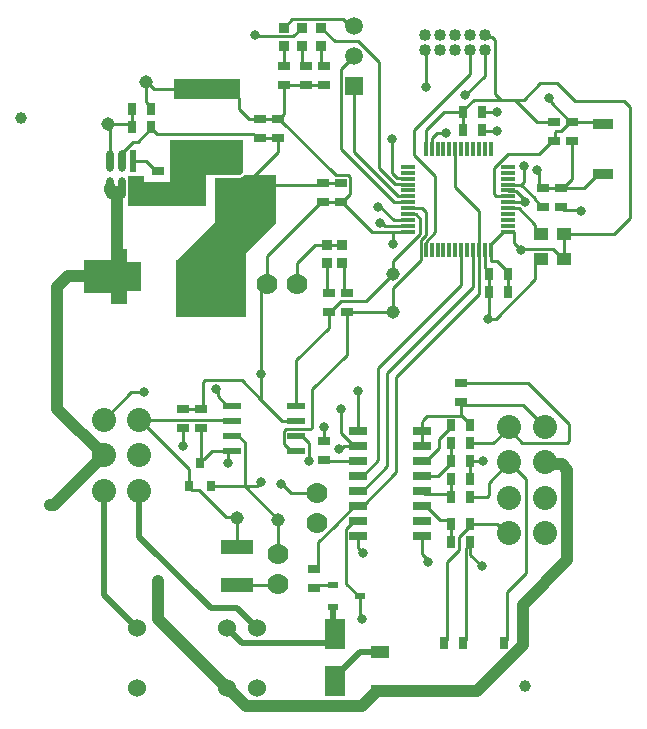
<source format=gtl>
G04*
G04 #@! TF.GenerationSoftware,Altium Limited,Altium Designer,19.0.10 (269)*
G04*
G04 Layer_Physical_Order=1*
G04 Layer_Color=255*
%FSLAX25Y25*%
%MOIN*%
G70*
G01*
G75*
%ADD10C,0.01000*%
%ADD19C,0.09708*%
G04:AMPARAMS|DCode=26|XSize=73.01mil|YSize=24.1mil|CornerRadius=12.05mil|HoleSize=0mil|Usage=FLASHONLY|Rotation=270.000|XOffset=0mil|YOffset=0mil|HoleType=Round|Shape=RoundedRectangle|*
%AMROUNDEDRECTD26*
21,1,0.07301,0.00000,0,0,270.0*
21,1,0.04891,0.02410,0,0,270.0*
1,1,0.02410,0.00000,-0.02445*
1,1,0.02410,0.00000,0.02445*
1,1,0.02410,0.00000,0.02445*
1,1,0.02410,0.00000,-0.02445*
%
%ADD26ROUNDEDRECTD26*%
%ADD27R,0.02410X0.07301*%
%ADD45R,0.06000X0.04000*%
%ADD46C,0.04500*%
%ADD47R,0.03000X0.04000*%
%ADD48R,0.04000X0.03000*%
%ADD49R,0.07000X0.03500*%
%ADD50R,0.01181X0.04724*%
%ADD51R,0.04724X0.01181*%
%ADD52R,0.03500X0.03500*%
%ADD53R,0.09843X0.06693*%
%ADD54R,0.22441X0.07087*%
%ADD55R,0.04800X0.04300*%
%ADD56R,0.05906X0.03150*%
%ADD57R,0.06102X0.02362*%
%ADD58R,0.11024X0.05118*%
%ADD59R,0.03150X0.03543*%
%ADD60R,0.06693X0.09843*%
%ADD61R,0.03543X0.02362*%
%ADD62C,0.03937*%
%ADD63C,0.04000*%
%ADD64C,0.02000*%
%ADD65C,0.08000*%
%ADD66C,0.04000*%
%ADD67R,0.05906X0.05906*%
%ADD68C,0.05906*%
%ADD69C,0.07000*%
%ADD70C,0.06000*%
%ADD71C,0.03150*%
G36*
X453500Y377500D02*
X452500Y376500D01*
X441000D01*
Y366000D01*
X415000D01*
Y368592D01*
X415012Y368610D01*
X415183Y369470D01*
Y374361D01*
X415012Y375221D01*
X415000Y375239D01*
Y376000D01*
X420500D01*
Y374000D01*
X429000D01*
Y388000D01*
X453500D01*
Y377500D01*
D02*
G37*
G36*
X414595Y347422D02*
X419320D01*
Y337579D01*
X414595D01*
Y333248D01*
X409477D01*
X409477Y337000D01*
X400500Y337000D01*
X400500Y348000D01*
X409477Y348000D01*
X409477Y351752D01*
X414595D01*
Y347422D01*
D02*
G37*
G36*
X464500Y376500D02*
Y360500D01*
X454500Y350500D01*
X454500Y329000D01*
X431000D01*
Y348000D01*
X431500D01*
X444000Y360500D01*
Y375480D01*
X452500D01*
X452890Y375558D01*
X453221Y375779D01*
X453942Y376500D01*
X464500Y376500D01*
D02*
G37*
D10*
X439500Y281134D02*
Y291998D01*
X439000Y280634D02*
X439500Y281134D01*
X451500Y252399D02*
Y262000D01*
Y239601D02*
X460012D01*
X526000Y300876D02*
X527000Y299876D01*
X546592D01*
X554000Y292469D01*
X452449Y371500D02*
X462500Y361449D01*
X535376Y328876D02*
Y337500D01*
X535000Y328500D02*
X535376Y328876D01*
X535000Y328500D02*
X537679D01*
X503500Y357425D02*
Y357441D01*
Y353500D02*
Y357425D01*
X496451D02*
X503500D01*
X486500Y367376D02*
X496451Y357425D01*
X572644Y394124D02*
X573500Y393268D01*
X563000Y394124D02*
X572644D01*
X555500Y401624D02*
X555911Y401212D01*
Y400712D02*
Y401212D01*
Y400712D02*
X562500Y394124D01*
X563000D01*
X556500Y387876D02*
X557000D01*
X557500Y390876D02*
X557600Y390976D01*
X557500Y388376D02*
Y390876D01*
X557000Y387876D02*
X557500Y388376D01*
X557600Y390976D02*
X559352D01*
X562500Y394124D01*
X514313Y405813D02*
X514500Y406000D01*
X514000Y418000D02*
X514500Y417500D01*
Y406000D02*
Y417500D01*
X461500Y340000D02*
Y349376D01*
X479500Y367376D01*
X459500Y338000D02*
X461500Y340000D01*
X459500Y310000D02*
Y338000D01*
X462500Y361000D02*
Y361449D01*
X450874Y371500D02*
X452449D01*
X499000Y360500D02*
X499582D01*
X500672Y359409D01*
X508410D01*
X499172Y365876D02*
X503671Y361378D01*
X498500Y365876D02*
X499172D01*
X503671Y361378D02*
X508410D01*
X537679Y328500D02*
X550860Y341681D01*
Y346716D01*
X552510Y348366D01*
X552760D01*
X492528Y228972D02*
X493000Y228500D01*
X492528Y228972D02*
Y236000D01*
X529124Y253500D02*
Y254000D01*
Y249876D02*
Y253500D01*
Y249876D02*
X533000Y246000D01*
X491937Y236000D02*
X492528D01*
X487817Y240120D02*
X491937Y236000D01*
X487817Y240120D02*
Y258325D01*
X490492Y261000D01*
X491870D01*
X477864Y239740D02*
X483472D01*
X477000Y238876D02*
X477864Y239740D01*
X529124Y281000D02*
X533500D01*
X529124Y275000D02*
Y281000D01*
X526524Y296100D02*
X529124Y293500D01*
X526000Y296624D02*
X526524Y296100D01*
X526000Y296624D02*
Y300876D01*
X490492Y286000D02*
X491870D01*
X487082D02*
X490492D01*
X486082Y285000D02*
X487082Y286000D01*
X485500Y285000D02*
X486082D01*
X491870Y252130D02*
X493500Y250500D01*
X491870Y252130D02*
Y256000D01*
X547681Y243809D02*
Y275157D01*
X542181Y280658D02*
X547681Y275157D01*
X541376Y237504D02*
X547681Y243809D01*
X541376Y221500D02*
Y237504D01*
X540376Y220500D02*
X541376Y221500D01*
X521376D02*
Y247444D01*
X520376Y220500D02*
X521376Y221500D01*
X527624Y252000D02*
X529124Y253500D01*
X527624Y221500D02*
Y252000D01*
X526624Y220500D02*
X527624Y221500D01*
X482000Y330376D02*
X486147Y334524D01*
X494524D01*
X503500Y343500D01*
X488000Y330876D02*
X503500D01*
X512912Y365315D02*
X514313Y363914D01*
X508410Y365315D02*
X512912D01*
X514313Y356336D02*
Y363914D01*
X517500Y357260D02*
Y376000D01*
X512624Y354648D02*
X514313Y356336D01*
X512624Y347887D02*
Y354648D01*
X503500Y338762D02*
X512624Y347887D01*
X503500Y330876D02*
Y338762D01*
X514406Y354166D02*
X517500Y357260D01*
X514406Y351626D02*
Y354166D01*
X503500Y347786D02*
X512500Y356786D01*
X503500Y343500D02*
Y347786D01*
X512500Y356786D02*
Y361796D01*
X511040Y363256D02*
X512500Y361796D01*
X508500Y363256D02*
X511040D01*
X508410Y363347D02*
X508500Y363256D01*
X490492Y266000D02*
X491870D01*
X483959Y259467D02*
X490492Y266000D01*
X483959Y259388D02*
Y259467D01*
X478500Y253929D02*
X483959Y259388D01*
X478500Y246124D02*
Y253929D01*
X477500Y245124D02*
X478500Y246124D01*
X477000Y245124D02*
X477500D01*
X491870Y291000D02*
Y304500D01*
X480500Y287624D02*
Y292469D01*
X486000Y290492D02*
Y298500D01*
Y290492D02*
X490492Y286000D01*
X459500Y301500D02*
X466493Y294507D01*
X452925Y308075D02*
X459500Y301500D01*
X466493Y294507D02*
X471128D01*
X459500Y301500D02*
Y310000D01*
X480500Y281376D02*
X480876Y281000D01*
X491870D01*
X482000Y325500D02*
Y330376D01*
X471128Y314628D02*
X482000Y325500D01*
X471128Y299507D02*
Y314628D01*
X488000Y316500D02*
Y330876D01*
X476500Y305000D02*
X488000Y316500D01*
X476500Y292374D02*
Y305000D01*
X475914Y291788D02*
X476500Y292374D01*
X467621Y291788D02*
X475914D01*
X466977Y291144D02*
X467621Y291788D01*
X466977Y286788D02*
Y291144D01*
Y286788D02*
X469258Y284507D01*
X471128D01*
X475500Y281000D02*
Y287005D01*
X472998Y289507D02*
X475500Y287005D01*
X440661Y308075D02*
X452925D01*
X440000Y307414D02*
X440661Y308075D01*
X440000Y298746D02*
Y307414D01*
X439500Y298246D02*
X440000Y298746D01*
X444500Y305000D02*
X444911Y304589D01*
Y302594D02*
Y304589D01*
Y302594D02*
X447998Y299507D01*
X449868D01*
X466000Y273500D02*
X466500D01*
X469500Y270500D01*
X478000D01*
X443070Y284507D02*
X449181D01*
X471128Y289507D02*
X472998D01*
X448500Y280500D02*
Y283826D01*
X449181Y284507D01*
X449868D01*
X407000Y294811D02*
X416189Y304000D01*
X420500D01*
X458063Y272563D02*
X459500Y274000D01*
X453937Y272563D02*
X458063D01*
X454019Y272645D02*
Y287226D01*
X453937Y272563D02*
X454019Y272645D01*
X433500Y286000D02*
Y291998D01*
X418971Y294659D02*
X435260Y278370D01*
X418819Y294811D02*
X418971Y294659D01*
X435260Y272563D02*
Y278370D01*
X451160Y262339D02*
X451500Y262000D01*
X460000Y239589D02*
X460012Y239601D01*
X460000Y239589D02*
X464589D01*
X465000Y240000D01*
Y250000D02*
Y261500D01*
X442740Y272563D02*
X453937D01*
X465000Y261500D01*
X447750Y262339D02*
X451160D01*
X438798Y271291D02*
X447750Y262339D01*
X436335Y271291D02*
X438798D01*
X435260Y272366D02*
X436335Y271291D01*
X435260Y272366D02*
Y272563D01*
X451738Y289507D02*
X454019Y287226D01*
X449868Y289507D02*
X451738D01*
X439500Y281134D02*
X440075Y281709D01*
X440272D02*
X443070Y284507D01*
X440075Y281709D02*
X440272D01*
X439000Y280437D02*
Y280634D01*
X418971Y294659D02*
X449716D01*
X449868Y294507D01*
X433500Y298246D02*
X439500D01*
X565624Y364876D02*
X566000Y364500D01*
X560500Y364876D02*
X565624D01*
X559500Y365876D02*
X560500Y364876D01*
X513130Y249952D02*
Y256000D01*
Y249952D02*
X515000Y248082D01*
Y247500D02*
Y248082D01*
X491494Y281376D02*
X491870Y281000D01*
X493248Y266000D02*
X504500Y277252D01*
X491870Y266000D02*
X493248D01*
X504500Y277252D02*
Y309124D01*
X532000Y336624D01*
Y339000D01*
X532031Y339032D01*
Y351536D01*
X530063Y339063D02*
Y351536D01*
X501500Y310500D02*
X530063Y339063D01*
X501500Y279252D02*
Y310500D01*
X493248Y271000D02*
X501500Y279252D01*
X491870Y271000D02*
X493248D01*
X526126Y339626D02*
Y351536D01*
X498500Y312000D02*
X526126Y339626D01*
X498500Y281252D02*
Y312000D01*
X493248Y276000D02*
X498500Y281252D01*
X491870Y276000D02*
X493248D01*
X529124Y259500D02*
Y260000D01*
X525476Y255853D02*
X529124Y259500D01*
X525476Y251544D02*
Y255853D01*
X521376Y247444D02*
X525476Y251544D01*
X541915Y292203D02*
Y292734D01*
Y291585D02*
Y292203D01*
Y291585D02*
X546531Y286968D01*
X561383D01*
X562000Y287586D01*
Y293500D01*
X548376Y307124D02*
X562000Y293500D01*
X526000Y307124D02*
X548376D01*
X529124Y260000D02*
X538000D01*
X513130Y286000D02*
Y291000D01*
Y294075D02*
X513500Y294445D01*
Y294811D01*
X513130Y291000D02*
Y294075D01*
X513500Y294811D02*
X514789Y296100D01*
X526524D01*
X536713Y287000D02*
X541915Y292203D01*
X538000Y260000D02*
X540965Y257035D01*
X542181D01*
X513130Y266000D02*
X514508D01*
X519008Y261500D01*
X521876D01*
X522876Y260500D01*
Y260000D02*
Y260500D01*
Y254000D02*
Y260000D01*
X535376Y269586D02*
Y273853D01*
X534791Y269000D02*
X535376Y269586D01*
Y273853D02*
X542181Y280658D01*
X529124Y269000D02*
X534791D01*
X513130Y271000D02*
X514205Y269925D01*
X521951D01*
X522876Y269000D01*
Y275000D01*
X529124Y287000D02*
X536713D01*
X522876Y281000D02*
Y287000D01*
Y280500D02*
Y281000D01*
X513130Y276000D02*
X518376D01*
X522876Y280500D01*
X513130Y281000D02*
X514508D01*
X518729Y285222D01*
Y288353D01*
X522876Y292500D01*
Y293000D01*
X510500Y383000D02*
X517500Y376000D01*
X477500Y353000D02*
X481500D01*
X471500Y347000D02*
X477500Y353000D01*
X471500Y340000D02*
Y347000D01*
X546000Y351536D02*
X546081Y351616D01*
X556740D01*
X559990Y348366D01*
X560240D01*
X537968Y347655D02*
X541624Y344000D01*
X535968Y347655D02*
X537968D01*
X541624Y343500D02*
Y344000D01*
X480000Y367376D02*
X486000D01*
X503500Y357441D02*
X508410D01*
X465500Y395124D02*
X484400Y376224D01*
X488456D01*
X489100Y375579D01*
Y369976D02*
Y375579D01*
X486500Y367376D02*
X489100Y369976D01*
X486000Y367376D02*
X486500D01*
X462500Y373000D02*
X479376D01*
X480000Y373624D01*
X486000D01*
X479500Y367376D02*
X480000D01*
X487000Y338124D02*
X488000Y337124D01*
X487000Y338124D02*
Y346500D01*
X486500Y347000D02*
X487000Y346500D01*
X481500Y337624D02*
X482000Y337124D01*
X481500Y337624D02*
Y347000D01*
Y353000D02*
X486500D01*
X553500Y372124D02*
X559500D01*
X553000D02*
X553500D01*
X543736Y353799D02*
X546000Y351536D01*
X543736Y353799D02*
Y357350D01*
X543646Y357441D02*
X543736Y357350D01*
X541874Y357441D02*
X543646D01*
X546159Y373189D02*
X547000Y374030D01*
Y379500D01*
X541780Y383508D02*
X552132D01*
X556500Y387876D01*
X537000Y378729D02*
X541780Y383508D01*
X526876Y398000D02*
X530376Y401500D01*
X539500D01*
X544124D01*
X537500Y403500D02*
X539500Y401500D01*
X544124D02*
X547000D01*
X553000Y365876D02*
X553500D01*
X551500Y377418D02*
Y378000D01*
Y377418D02*
X552000Y376918D01*
Y373124D02*
Y376918D01*
Y373124D02*
X553000Y372124D01*
X541624Y337500D02*
Y343500D01*
X535376Y337500D02*
Y343500D01*
Y344000D01*
X534000Y345376D02*
X535376Y344000D01*
X534000Y345376D02*
Y351536D01*
X544124Y401500D02*
X551500Y394124D01*
X526876Y397500D02*
Y398000D01*
X537500Y403500D02*
Y421500D01*
X535968Y347655D02*
Y351536D01*
X559990Y356634D02*
X560240D01*
X526876Y391500D02*
Y397500D01*
X514315Y391500D02*
X520315Y397500D01*
X526876D01*
X514315Y385000D02*
Y391500D01*
X516284Y388876D02*
X517907Y390500D01*
X521000D01*
X516284Y385000D02*
Y388876D01*
X510500Y391500D02*
X529000Y410000D01*
X533624Y391000D02*
X538000D01*
X533124Y391500D02*
X533624Y391000D01*
X533124Y397500D02*
X538000D01*
X541874Y367284D02*
X541965Y367374D01*
X547374D01*
X547500Y367500D01*
X541874Y373189D02*
X546159D01*
X541874Y365315D02*
X545337D01*
X550860Y359792D01*
Y358284D02*
X552510Y356634D01*
X550575Y368302D02*
X553000Y365876D01*
X550860Y358284D02*
Y359792D01*
X550575Y368302D02*
Y368774D01*
X546159Y373189D02*
X550575Y368774D01*
X541874Y371220D02*
X541965Y371130D01*
X544504D01*
X547500Y368134D01*
Y367500D02*
Y368134D01*
X560240Y356634D02*
X577134D01*
X582500Y362000D01*
Y399000D01*
X564000Y401000D02*
X580500D01*
X582500Y399000D01*
X552500Y407000D02*
X558000D01*
X564000Y401000D01*
X547000Y401500D02*
X552500Y407000D01*
X458000Y389876D02*
X459000Y388876D01*
X457038Y389876D02*
X458000D01*
X456914Y390000D02*
X457038Y389876D01*
X424747Y390000D02*
X456914D01*
X422747Y392000D02*
X424747Y390000D01*
X418243Y387496D02*
X422747Y392000D01*
X416787Y387496D02*
X418243D01*
X412935Y383644D02*
X416787Y387496D01*
X412935Y380973D02*
Y383644D01*
X459000Y388876D02*
X465000D01*
X452449Y371500D02*
X465000Y384051D01*
Y388876D01*
X441711Y342549D02*
X450874Y351712D01*
Y371500D01*
X560000Y372124D02*
X567141D01*
X559500D02*
X560000D01*
X567141D02*
X571750Y376732D01*
X573500D01*
X563000Y375124D02*
Y387876D01*
X560000Y372124D02*
X563000Y375124D01*
X489173Y426000D02*
X490500D01*
X469850Y428350D02*
X486823D01*
X467000Y425500D02*
X469850Y428350D01*
X486823D02*
X489173Y426000D01*
X510500Y383000D02*
Y391500D01*
X529000Y410000D02*
Y418000D01*
X504752Y375248D02*
X508319D01*
X503000Y377000D02*
Y388500D01*
Y377000D02*
X504752Y375248D01*
X504220Y373280D02*
X508319D01*
X498671Y378829D02*
Y414126D01*
Y378829D02*
X504220Y373280D01*
X505158Y369342D02*
X508319D01*
X490500Y384000D02*
Y406000D01*
Y384000D02*
X505158Y369342D01*
X503626Y367374D02*
X508319D01*
X486047Y384953D02*
Y411547D01*
Y384953D02*
X503626Y367374D01*
X551500Y394124D02*
X557000D01*
X537000Y370086D02*
Y378729D01*
X537834Y369252D02*
X541874D01*
X537000Y370086D02*
X537834Y369252D01*
X479500Y413624D02*
Y419500D01*
Y413624D02*
X480500Y412624D01*
X473000Y413624D02*
Y419500D01*
Y413624D02*
X474000Y412624D01*
X474500D01*
X467000D02*
Y419500D01*
X408500Y393500D02*
X415500D01*
X416500Y392500D01*
X408500Y393500D02*
X408925Y393075D01*
Y381243D02*
Y393075D01*
Y381243D02*
X409195Y380973D01*
X560240Y348366D02*
Y356634D01*
X559500Y357374D02*
X560240Y356634D01*
X534000Y409500D02*
Y418000D01*
X527500Y403000D02*
X534000Y409500D01*
X536475Y422525D02*
X537500Y421500D01*
X534000Y423000D02*
X534475Y422525D01*
X536475D01*
X535968Y351536D02*
Y353307D01*
X540102Y357441D01*
X508319Y375248D02*
X508410Y375157D01*
X470150Y422650D02*
X473000Y425500D01*
X457850Y422650D02*
X470150D01*
X457500Y423000D02*
X457850Y422650D01*
X514315Y351536D02*
X514406Y351626D01*
X524157Y372250D02*
Y385000D01*
Y372250D02*
X532031Y364376D01*
Y351536D02*
Y364376D01*
X416675Y380973D02*
X421150D01*
X424500Y377624D01*
X425000D01*
X416500Y392500D02*
Y398500D01*
X421000Y400747D02*
Y407500D01*
Y400747D02*
X422747Y399000D01*
Y398500D02*
Y399000D01*
X423803Y405000D02*
X441500D01*
X421303Y407500D02*
X423803Y405000D01*
X421000Y407500D02*
X421303D01*
X455500Y395124D02*
X459000D01*
X452220Y398403D02*
X455500Y395124D01*
X452220Y398403D02*
Y401957D01*
X449177Y405000D02*
X452220Y401957D01*
X441500Y405000D02*
X449177D01*
X459000Y395124D02*
X465000D01*
X467000Y396624D02*
Y406376D01*
X465500Y395124D02*
X467000Y396624D01*
X465000Y395124D02*
X465500D01*
X467000Y406376D02*
X474500D01*
X480500D01*
X483953Y421047D02*
X491750D01*
X498671Y414126D01*
X479500Y425500D02*
X483953Y421047D01*
X508319Y373280D02*
X508410Y373189D01*
X508319Y369342D02*
X508410Y369252D01*
X508319Y367374D02*
X508410Y367284D01*
X486047Y411547D02*
X490500Y416000D01*
D19*
X412282Y342549D02*
D03*
X441711D02*
D03*
D26*
X416675Y371916D02*
D03*
X412935D02*
D03*
X409195D02*
D03*
Y380973D02*
D03*
X412935D02*
D03*
D27*
X416675D02*
D03*
D45*
X499000Y204500D02*
D03*
Y217500D02*
D03*
D46*
X465000Y261500D02*
D03*
X451500Y262000D02*
D03*
X503500Y330876D02*
D03*
Y343500D02*
D03*
X408500Y393500D02*
D03*
X421000Y407500D02*
D03*
D47*
X522876Y293000D02*
D03*
X529124D02*
D03*
X526876Y397500D02*
D03*
X533124D02*
D03*
Y391500D02*
D03*
X526876D02*
D03*
X416500Y392500D02*
D03*
X422747D02*
D03*
Y398500D02*
D03*
X416500D02*
D03*
X541624Y343500D02*
D03*
X535376D02*
D03*
X541624Y337500D02*
D03*
X535376D02*
D03*
X522876Y281000D02*
D03*
X529124D02*
D03*
Y287000D02*
D03*
X522876D02*
D03*
Y275000D02*
D03*
X529124D02*
D03*
Y269000D02*
D03*
X522876D02*
D03*
X529124Y260000D02*
D03*
X522876D02*
D03*
Y254000D02*
D03*
X529124D02*
D03*
X546624Y220500D02*
D03*
X540376D02*
D03*
X526624D02*
D03*
X520376D02*
D03*
D48*
X480500Y281376D02*
D03*
Y287624D02*
D03*
X563000Y387876D02*
D03*
Y394124D02*
D03*
X557000D02*
D03*
Y387876D02*
D03*
X559500Y372124D02*
D03*
Y365876D02*
D03*
X553500Y372124D02*
D03*
Y365876D02*
D03*
X474500Y406376D02*
D03*
Y412624D02*
D03*
X480500Y406376D02*
D03*
Y412624D02*
D03*
X467000Y406376D02*
D03*
Y412624D02*
D03*
X465000Y388876D02*
D03*
Y395124D02*
D03*
X459000Y388876D02*
D03*
Y395124D02*
D03*
X425000Y377624D02*
D03*
Y371376D02*
D03*
X486000Y367376D02*
D03*
Y373624D02*
D03*
X480000Y367376D02*
D03*
Y373624D02*
D03*
X482000Y337124D02*
D03*
Y330876D02*
D03*
X488000Y337124D02*
D03*
Y330876D02*
D03*
X439500Y291998D02*
D03*
Y298246D02*
D03*
X433500Y291998D02*
D03*
Y298246D02*
D03*
X526000Y300876D02*
D03*
Y307124D02*
D03*
X477000Y238876D02*
D03*
Y245124D02*
D03*
D49*
X573500Y376732D02*
D03*
Y393268D02*
D03*
D50*
X535968Y351536D02*
D03*
X534000D02*
D03*
X532031D02*
D03*
X530063D02*
D03*
X528094D02*
D03*
X526126D02*
D03*
X524157D02*
D03*
X522189D02*
D03*
X520221D02*
D03*
X518252D02*
D03*
X516284D02*
D03*
X514315D02*
D03*
Y385000D02*
D03*
X516284D02*
D03*
X518252D02*
D03*
X520221D02*
D03*
X522189D02*
D03*
X524157D02*
D03*
X526126D02*
D03*
X528094D02*
D03*
X530063D02*
D03*
X532031D02*
D03*
X534000D02*
D03*
X535968D02*
D03*
D51*
X508410Y357441D02*
D03*
Y359409D02*
D03*
Y361378D02*
D03*
Y363347D02*
D03*
Y365315D02*
D03*
Y367284D02*
D03*
Y369252D02*
D03*
Y371220D02*
D03*
Y373189D02*
D03*
Y375157D02*
D03*
Y377126D02*
D03*
Y379095D02*
D03*
X541874D02*
D03*
Y377126D02*
D03*
Y375157D02*
D03*
Y373189D02*
D03*
Y371220D02*
D03*
Y369252D02*
D03*
Y367284D02*
D03*
Y365315D02*
D03*
Y363347D02*
D03*
Y361378D02*
D03*
Y359409D02*
D03*
Y357441D02*
D03*
D52*
X467000Y419500D02*
D03*
Y425500D02*
D03*
X479500D02*
D03*
Y419500D02*
D03*
X473000Y425500D02*
D03*
Y419500D02*
D03*
X486500Y353000D02*
D03*
Y347000D02*
D03*
X481500Y353000D02*
D03*
Y347000D02*
D03*
D53*
X435126Y371500D02*
D03*
X450874D02*
D03*
D54*
X441500Y383500D02*
D03*
Y405000D02*
D03*
D55*
X552760Y348366D02*
D03*
Y356634D02*
D03*
X560240Y348366D02*
D03*
Y356634D02*
D03*
D56*
X513130Y256000D02*
D03*
Y261000D02*
D03*
Y266000D02*
D03*
Y271000D02*
D03*
Y276000D02*
D03*
Y281000D02*
D03*
Y286000D02*
D03*
Y291000D02*
D03*
X491870Y256000D02*
D03*
Y261000D02*
D03*
Y266000D02*
D03*
Y271000D02*
D03*
Y276000D02*
D03*
Y281000D02*
D03*
Y286000D02*
D03*
Y291000D02*
D03*
D57*
X471128Y284507D02*
D03*
Y289507D02*
D03*
Y294507D02*
D03*
Y299507D02*
D03*
X449868Y284507D02*
D03*
Y289507D02*
D03*
Y294507D02*
D03*
Y299507D02*
D03*
D58*
X451500Y239601D02*
D03*
Y252399D02*
D03*
D59*
X439000Y280437D02*
D03*
X435260Y272563D02*
D03*
X442740D02*
D03*
D60*
X484000Y207626D02*
D03*
Y223374D02*
D03*
D61*
X492528Y236000D02*
D03*
X483472Y232260D02*
D03*
Y239740D02*
D03*
D62*
X547500Y206000D02*
D03*
X379500Y395500D02*
D03*
D63*
X391500Y298500D02*
Y339157D01*
Y298500D02*
X407000Y283000D01*
X391500Y339157D02*
X394893Y342549D01*
X410718D02*
X411500Y343332D01*
X561500Y248000D02*
Y278000D01*
X554000Y280658D02*
X554765Y279892D01*
X559608D02*
X561500Y278000D01*
X554765Y279892D02*
X559608D01*
X546624Y233124D02*
X561500Y248000D01*
X546624Y220500D02*
Y233124D01*
Y219570D02*
Y220500D01*
X531553Y204500D02*
X546624Y219570D01*
X499000Y204500D02*
X531553D01*
X454541Y199500D02*
X493000D01*
X498000Y204500D01*
X499000D01*
X448541Y205500D02*
X454541Y199500D01*
X448000Y205500D02*
X448541D01*
X394893Y342549D02*
X410718D01*
X389000Y266500D02*
X390500D01*
X407000Y283000D01*
X425000Y228500D02*
Y241000D01*
Y228500D02*
X448000Y205500D01*
X411500Y343332D02*
Y370555D01*
X409195Y371350D02*
Y371916D01*
Y371350D02*
X409990Y370555D01*
X411500D01*
Y343332D02*
X412282Y342549D01*
D64*
X483472Y223374D02*
X484000Y222847D01*
X483472Y223374D02*
Y232260D01*
X418819Y255870D02*
Y271189D01*
Y255870D02*
X442747Y231942D01*
X451558D01*
X458000Y225500D01*
X453000Y220500D02*
X481653D01*
X448000Y225500D02*
X453000Y220500D01*
X407000Y236500D02*
Y271189D01*
Y236500D02*
X418000Y225500D01*
X481653Y220500D02*
X484000Y222847D01*
Y223374D02*
X484972Y224346D01*
X484000Y207626D02*
Y209201D01*
X492299Y217500D01*
X499000D01*
D65*
X542181Y257035D02*
D03*
X554000D02*
D03*
X542181Y292469D02*
D03*
X554000D02*
D03*
Y280658D02*
D03*
Y268847D02*
D03*
X542181Y280658D02*
D03*
Y268847D02*
D03*
X407000Y294811D02*
D03*
X418819D02*
D03*
Y283000D02*
D03*
Y271189D02*
D03*
X407000Y283000D02*
D03*
Y271189D02*
D03*
D66*
X524000Y418000D02*
D03*
Y423000D02*
D03*
X529000D02*
D03*
Y418000D02*
D03*
X534000D02*
D03*
Y423000D02*
D03*
X519000D02*
D03*
Y418000D02*
D03*
X514000D02*
D03*
Y423000D02*
D03*
D67*
X490500Y406000D02*
D03*
D68*
Y416000D02*
D03*
Y426000D02*
D03*
D69*
X478000Y270500D02*
D03*
Y260500D02*
D03*
X465000Y240000D02*
D03*
Y250000D02*
D03*
X461500Y340000D02*
D03*
X471500D02*
D03*
D70*
X418000Y225500D02*
D03*
Y205500D02*
D03*
X448000Y225500D02*
D03*
Y205500D02*
D03*
X458000Y225500D02*
D03*
Y205500D02*
D03*
D71*
X535000Y328500D02*
D03*
X514313Y405813D02*
D03*
X555500Y402000D02*
D03*
X462500Y361000D02*
D03*
X459000Y365500D02*
D03*
Y357500D02*
D03*
X462500Y365000D02*
D03*
X499000Y360500D02*
D03*
X498500Y365876D02*
D03*
X493000Y228500D02*
D03*
X533000Y246000D02*
D03*
X533500Y281000D02*
D03*
X503500Y353500D02*
D03*
X485500Y285000D02*
D03*
X493500Y250500D02*
D03*
X491870Y304500D02*
D03*
X480500Y292469D02*
D03*
X486000Y298500D02*
D03*
X459500Y310000D02*
D03*
X444500Y305000D02*
D03*
X466000Y273500D02*
D03*
X475500Y281000D02*
D03*
X448500Y280500D02*
D03*
X420500Y304000D02*
D03*
X459500Y274000D02*
D03*
X433500Y286000D02*
D03*
X389000Y266500D02*
D03*
X425000Y241000D02*
D03*
X566000Y364500D02*
D03*
X515000Y247500D02*
D03*
X546000Y351536D02*
D03*
X547000Y379500D02*
D03*
X551500Y378000D02*
D03*
X521000Y390500D02*
D03*
X538000Y397500D02*
D03*
Y391000D02*
D03*
X459000Y361500D02*
D03*
Y369500D02*
D03*
Y373000D02*
D03*
X462500D02*
D03*
Y369000D02*
D03*
X547500Y367500D02*
D03*
X527500Y403000D02*
D03*
X503000Y388500D02*
D03*
X457500Y423000D02*
D03*
M02*

</source>
